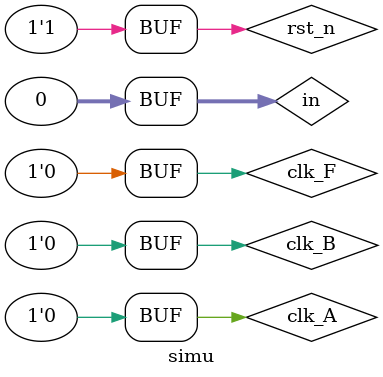
<source format=v>
`timescale 1ns / 1ps


module simu();
    reg clk_A;
    reg clk_B;
    reg clk_F;
    reg [31:0]in;
    reg rst_n;
    wire [31:0]F;
    wire [3:0]Flags;
    
    module_top top(clk_A,clk_B,clk_F,in,rst_n,Flags,F);
    
    initial begin
        clk_A = 0;
        clk_B = 0;
        clk_F = 0;
        in = 32'b0;
        rst_n = 1;
        //1
        #5
        rst_n = 0;
        #5
        rst_n = 1;
        #5
        in = 1;
        #5
        clk_A = 1;
        #5
        clk_A = 0;
        #5
        in = 2;
        #5
        clk_B = 1;
        #5
        clk_B = 0;
        #5
        in = 0;
        #5
        clk_F = 1;
        #5
        clk_F = 0;   
        //2
        #5
        rst_n = 0;
        #5
        rst_n = 1;
        #5
        in = 2;
        #5
        clk_A = 1;
        #5
        clk_A = 0;
        #5
        in = 2;
        #5
        clk_B = 1;
        #5
        clk_B = 0;
        #5
        in = 1;
        #5
        clk_F = 1;
        #5
        clk_F = 0;  
        //3
        #5
        rst_n = 0;
        #5
        rst_n = 1;
        #5
        in = 4;
        #5
        clk_A = 1;
        #5
        clk_A = 0;
        #5
        in = 3;
        #5
        clk_B = 1;
        #5
        clk_B = 0;
        #5
        in = 2;
        #5
        clk_F = 1;
        #5
        clk_F = 0;  
        //4
        #5
        rst_n = 0;
        #5
        rst_n = 1;
        #5
        in = 2;
        #5
        clk_A = 1;
        #5
        clk_A = 0;
        #5
        in = 3;
        #5
        clk_B = 1;
        #5
        clk_B = 0;
        #5
        in = 3;
        #5
        clk_F = 1;
        #5
        clk_F = 0;  
        //5
        #5
        rst_n = 0;
        #5
        rst_n = 1;
        #5
        in = 5;
        #5
        clk_A = 1;
        #5
        clk_A = 0;
        #5
        in = 9;
        #5
        clk_B = 1;
        #5
        clk_B = 0;
        #5
        in = 4;
        #5
        clk_F = 1;
        #5
        clk_F = 0;  
        //6
        #5
        rst_n = 0;
        #5
        rst_n = 1;
        #5
        in = 32'hffff_ffff;
        #5
        clk_A = 1;
        #5
        clk_A = 0;
        #5
        in = 32'h0000_0001;
        #5
        clk_B = 1;
        #5
        clk_B = 0;
        #5
        in = 2;
        #5
        clk_F = 1;
        #5
        clk_F = 0;  
        
        //7
        #5
        rst_n = 0;
        #5
        rst_n = 1;
        #5
        in = 32'hffff_ffff;
        #5
        clk_A = 1;
        #5
        clk_A = 0;
        #5
        in = 32'h0000_0001;
        #5
        clk_B = 1;
        #5
        clk_B = 0;
        #5
        in = 3;
        #5
        clk_F = 1;
        #5
        clk_F = 0;  
        
        // 8
        #5
        rst_n = 0;
        #5
        rst_n = 1;
        #5
        in = 32'hffff_ffff;
        #5
        clk_A = 1;
        #5
        clk_A = 0;
        #5
        in = 32'h0000_0001;
        #5
        clk_B = 1;
        #5
        clk_B = 0;
        #5
        in = 0;
        #5
        clk_F = 1;
        #5
        clk_F = 0;  
        
        
    end
endmodule

</source>
